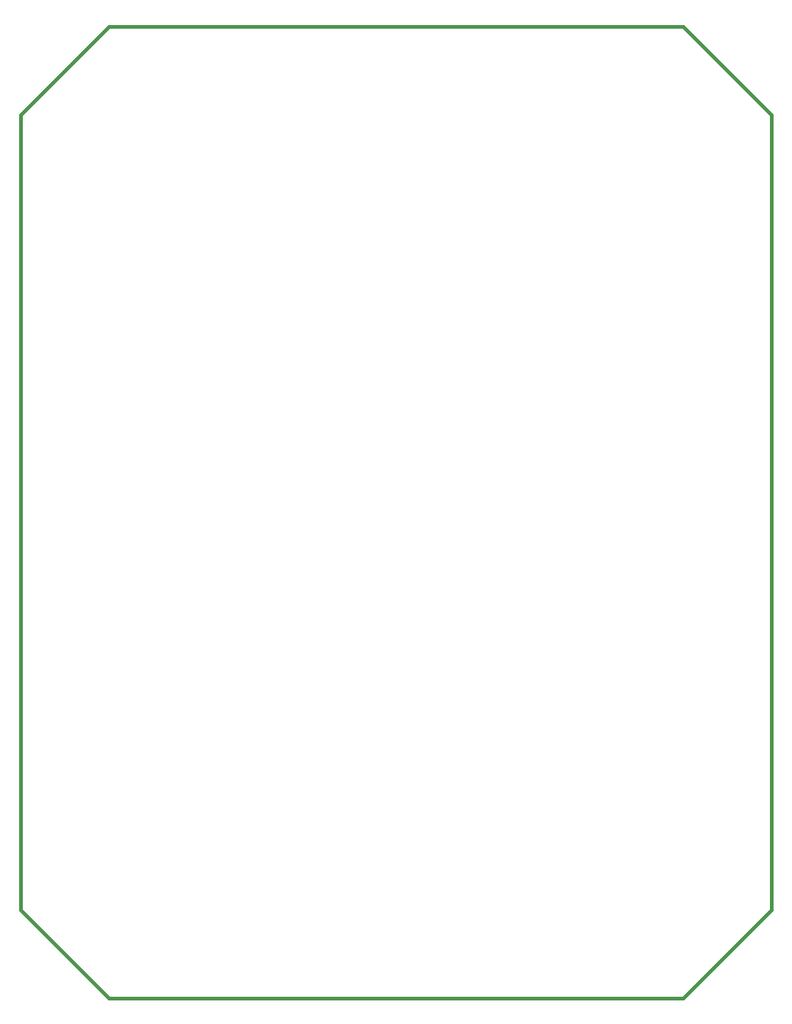
<source format=gbr>
G04 #@! TF.GenerationSoftware,KiCad,Pcbnew,5.1.6-c6e7f7d~87~ubuntu19.10.1*
G04 #@! TF.CreationDate,2021-08-21T16:07:25+06:00*
G04 #@! TF.ProjectId,salty_phaser_r1a,73616c74-795f-4706-9861-7365725f7231,1A*
G04 #@! TF.SameCoordinates,Original*
G04 #@! TF.FileFunction,Profile,NP*
%FSLAX46Y46*%
G04 Gerber Fmt 4.6, Leading zero omitted, Abs format (unit mm)*
G04 Created by KiCad (PCBNEW 5.1.6-c6e7f7d~87~ubuntu19.10.1) date 2021-08-21 16:07:25*
%MOMM*%
%LPD*%
G01*
G04 APERTURE LIST*
G04 #@! TA.AperFunction,Profile*
%ADD10C,0.400000*%
G04 #@! TD*
G04 APERTURE END LIST*
D10*
X72390000Y-204470000D02*
X138430000Y-204470000D01*
X62230000Y-194310000D02*
X72390000Y-204470000D01*
X138430000Y-204470000D02*
X148590000Y-194310000D01*
X138430000Y-92710000D02*
X148590000Y-102870000D01*
X62230000Y-102870000D02*
X72390000Y-92710000D01*
X148590000Y-102870000D02*
X148590000Y-194310000D01*
X62230000Y-102870000D02*
X62230000Y-194310000D01*
X72390000Y-92710000D02*
X138430000Y-92710000D01*
M02*

</source>
